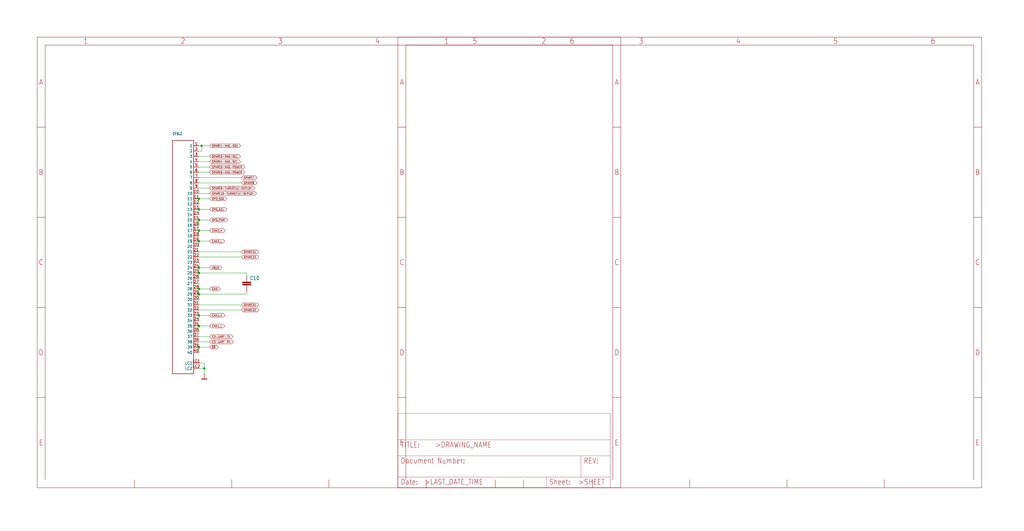
<source format=kicad_sch>
(kicad_sch (version 20211123) (generator eeschema)
  (paper "User" 490.22 254.406)
  (lib_symbols
    (symbol "oresat0-1u-backplane-eagle-import:C-EU1206-B"
      (property "Reference" "C" (at 1.524 0.381 0))
      (property "Value" "C-EU1206-B" (at 1.524 -4.699 0))
      (symbol "C-EU1206-B_1_0"
        (rectangle (start -2.032 -2.032) (end 2.032 -1.524) (fill (type outline)))
        (rectangle (start -2.032 -1.016) (end 2.032 -0.508) (fill (type outline)))
        (polyline (pts (xy 0 -2.54) (xy 0 -2.032)) (stroke (width 0.1524)))
        (polyline (pts (xy 0 0) (xy 0 -0.508)) (stroke (width 0.1524)))
        (pin passive line (at 0 2.54 270) (length 2.54) (name "1") (number "1"))
        (pin passive line (at 0 -5.08 90) (length 2.54) (name "2") (number "2"))
      )
    )
    (symbol "oresat0-1u-backplane-eagle-import:FRAME_A_L"
      (symbol "FRAME_A_L_0_0"
        (polyline (pts (xy 0 43.18) (xy 3.81 43.18)))
        (polyline (pts (xy 0 86.36) (xy 3.81 86.36)))
        (polyline (pts (xy 0 129.54) (xy 3.81 129.54)))
        (polyline (pts (xy 0 172.72) (xy 3.81 172.72)))
        (polyline (pts (xy 3.81 3.81) (xy 3.81 212.09)))
        (polyline (pts (xy 46.5667 0) (xy 46.5667 3.81)))
        (polyline (pts (xy 93.1333 0) (xy 93.1333 3.81)))
        (polyline (pts (xy 139.7 0) (xy 139.7 3.81)))
        (polyline (pts (xy 186.2667 0) (xy 186.2667 3.81)))
        (polyline (pts (xy 232.8333 0) (xy 232.8333 3.81)))
        (polyline (pts (xy 275.59 3.81) (xy 275.59 212.09)))
        (polyline (pts (xy 275.59 43.18) (xy 279.4 43.18)))
        (polyline (pts (xy 275.59 86.36) (xy 279.4 86.36)))
        (polyline (pts (xy 275.59 129.54) (xy 279.4 129.54)))
        (polyline (pts (xy 275.59 172.72) (xy 279.4 172.72)))
        (polyline (pts (xy 275.59 212.09) (xy 3.81 212.09)))
        (polyline (pts (xy 0 0) (xy 279.4 0) (xy 279.4 215.9) (xy 0 215.9) (xy 0 0)))
        (text "1" (at 23.2833 213.995 0) (effects (font (size 2.54 2.286))))
        (text "2" (at 69.85 213.995 0) (effects (font (size 2.54 2.286))))
        (text "3" (at 116.4167 213.995 0) (effects (font (size 2.54 2.286))))
        (text "4" (at 162.9833 213.995 0) (effects (font (size 2.54 2.286))))
        (text "5" (at 209.55 213.995 0) (effects (font (size 2.54 2.286))))
        (text "6" (at 256.1167 213.995 0) (effects (font (size 2.54 2.286))))
        (text "A" (at 1.905 194.31 0) (effects (font (size 2.54 2.286))))
        (text "A" (at 277.495 194.31 0) (effects (font (size 2.54 2.286))))
        (text "B" (at 1.905 151.13 0) (effects (font (size 2.54 2.286))))
        (text "B" (at 277.495 151.13 0) (effects (font (size 2.54 2.286))))
        (text "C" (at 1.905 107.95 0) (effects (font (size 2.54 2.286))))
        (text "C" (at 277.495 107.95 0) (effects (font (size 2.54 2.286))))
        (text "D" (at 1.905 64.77 0) (effects (font (size 2.54 2.286))))
        (text "D" (at 277.495 64.77 0) (effects (font (size 2.54 2.286))))
        (text "E" (at 1.905 21.59 0) (effects (font (size 2.54 2.286))))
        (text "E" (at 277.495 21.59 0) (effects (font (size 2.54 2.286))))
      )
      (symbol "FRAME_A_L_2_0"
        (polyline (pts (xy 0 0) (xy 0 5.08)) (stroke (width 0.1016)))
        (polyline (pts (xy 0 0) (xy 71.12 0)) (stroke (width 0.1016)))
        (polyline (pts (xy 0 5.08) (xy 0 15.24)) (stroke (width 0.1016)))
        (polyline (pts (xy 0 5.08) (xy 71.12 5.08)) (stroke (width 0.1016)))
        (polyline (pts (xy 0 15.24) (xy 0 22.86)) (stroke (width 0.1016)))
        (polyline (pts (xy 0 22.86) (xy 0 35.56)) (stroke (width 0.1016)))
        (polyline (pts (xy 0 22.86) (xy 101.6 22.86)) (stroke (width 0.1016)))
        (polyline (pts (xy 71.12 0) (xy 101.6 0)) (stroke (width 0.1016)))
        (polyline (pts (xy 71.12 5.08) (xy 71.12 0)) (stroke (width 0.1016)))
        (polyline (pts (xy 71.12 5.08) (xy 87.63 5.08)) (stroke (width 0.1016)))
        (polyline (pts (xy 87.63 5.08) (xy 101.6 5.08)) (stroke (width 0.1016)))
        (polyline (pts (xy 87.63 15.24) (xy 0 15.24)) (stroke (width 0.1016)))
        (polyline (pts (xy 87.63 15.24) (xy 87.63 5.08)) (stroke (width 0.1016)))
        (polyline (pts (xy 101.6 5.08) (xy 101.6 0)) (stroke (width 0.1016)))
        (polyline (pts (xy 101.6 15.24) (xy 87.63 15.24)) (stroke (width 0.1016)))
        (polyline (pts (xy 101.6 15.24) (xy 101.6 5.08)) (stroke (width 0.1016)))
        (polyline (pts (xy 101.6 22.86) (xy 101.6 15.24)) (stroke (width 0.1016)))
        (polyline (pts (xy 101.6 35.56) (xy 0 35.56)) (stroke (width 0.1016)))
        (polyline (pts (xy 101.6 35.56) (xy 101.6 22.86)) (stroke (width 0.1016)))
        (text ">DRAWING_NAME" (at 17.78 19.05 0) (effects (font (size 2.54 2.159)) (justify left bottom)))
        (text ">LAST_DATE_TIME" (at 12.7 1.27 0) (effects (font (size 2.54 2.159)) (justify left bottom)))
        (text ">SHEET" (at 86.36 1.27 0) (effects (font (size 2.54 2.159)) (justify left bottom)))
        (text "Date:" (at 1.27 1.27 0) (effects (font (size 2.54 2.159)) (justify left bottom)))
        (text "Document Number:" (at 1.27 11.43 0) (effects (font (size 2.54 2.159)) (justify left bottom)))
        (text "REV:" (at 88.9 11.43 0) (effects (font (size 2.54 2.159)) (justify left bottom)))
        (text "Sheet:" (at 72.39 1.27 0) (effects (font (size 2.54 2.159)) (justify left bottom)))
        (text "TITLE:" (at 1.27 19.05 0) (effects (font (size 2.54 2.159)) (justify left bottom)))
      )
    )
    (symbol "oresat0-1u-backplane-eagle-import:GND" (power)
      (symbol "GND_1_0"
        (polyline (pts (xy -1.27 -2.54) (xy 1.27 -2.54)) (stroke (width 0.4064)))
        (pin power_in line (at 0 0 270) (length 2.54) (name "GND") (number "1"))
      )
    )
    (symbol "oresat0-1u-backplane-eagle-import:SFM-120-X1-XXX-D"
      (property "Reference" "J" (at -2.54 50.8 0))
      (property "Value" "SFM-120-X1-XXX-D" (at -2.54 49.53 0))
      (symbol "SFM-120-X1-XXX-D_1_0"
        (polyline (pts (xy -2.54 -63.5) (xy -2.54 48.26)) (stroke (width 0.254)))
        (polyline (pts (xy -2.54 48.26) (xy 7.62 48.26)) (stroke (width 0.254)))
        (polyline (pts (xy 7.62 -63.5) (xy -2.54 -63.5)) (stroke (width 0.254)))
        (polyline (pts (xy 7.62 48.26) (xy 7.62 -63.5)) (stroke (width 0.254)))
        (pin passive line (at 10.16 45.72 180) (length 2.54) (name "1") (number "1"))
        (pin passive line (at 10.16 22.86 180) (length 2.54) (name "10") (number "10"))
        (pin passive line (at 10.16 20.32 180) (length 2.54) (name "11") (number "11"))
        (pin passive line (at 10.16 17.78 180) (length 2.54) (name "12") (number "12"))
        (pin passive line (at 10.16 15.24 180) (length 2.54) (name "13") (number "13"))
        (pin passive line (at 10.16 12.7 180) (length 2.54) (name "14") (number "14"))
        (pin passive line (at 10.16 10.16 180) (length 2.54) (name "15") (number "15"))
        (pin passive line (at 10.16 7.62 180) (length 2.54) (name "16") (number "16"))
        (pin passive line (at 10.16 5.08 180) (length 2.54) (name "17") (number "17"))
        (pin passive line (at 10.16 2.54 180) (length 2.54) (name "18") (number "18"))
        (pin passive line (at 10.16 0 180) (length 2.54) (name "19") (number "19"))
        (pin passive line (at 10.16 43.18 180) (length 2.54) (name "2") (number "2"))
        (pin passive line (at 10.16 -2.54 180) (length 2.54) (name "20") (number "20"))
        (pin passive line (at 10.16 -5.08 180) (length 2.54) (name "21") (number "21"))
        (pin passive line (at 10.16 -7.62 180) (length 2.54) (name "22") (number "22"))
        (pin passive line (at 10.16 -10.16 180) (length 2.54) (name "23") (number "23"))
        (pin passive line (at 10.16 -12.7 180) (length 2.54) (name "24") (number "24"))
        (pin passive line (at 10.16 -15.24 180) (length 2.54) (name "25") (number "25"))
        (pin passive line (at 10.16 -17.78 180) (length 2.54) (name "26") (number "26"))
        (pin passive line (at 10.16 -20.32 180) (length 2.54) (name "27") (number "27"))
        (pin passive line (at 10.16 -22.86 180) (length 2.54) (name "28") (number "28"))
        (pin passive line (at 10.16 -25.4 180) (length 2.54) (name "29") (number "29"))
        (pin passive line (at 10.16 40.64 180) (length 2.54) (name "3") (number "3"))
        (pin passive line (at 10.16 -27.94 180) (length 2.54) (name "30") (number "30"))
        (pin passive line (at 10.16 -30.48 180) (length 2.54) (name "31") (number "31"))
        (pin passive line (at 10.16 -33.02 180) (length 2.54) (name "32") (number "32"))
        (pin passive line (at 10.16 -35.56 180) (length 2.54) (name "33") (number "33"))
        (pin passive line (at 10.16 -38.1 180) (length 2.54) (name "34") (number "34"))
        (pin passive line (at 10.16 -40.64 180) (length 2.54) (name "35") (number "35"))
        (pin passive line (at 10.16 -43.18 180) (length 2.54) (name "36") (number "36"))
        (pin passive line (at 10.16 -45.72 180) (length 2.54) (name "37") (number "37"))
        (pin passive line (at 10.16 -48.26 180) (length 2.54) (name "38") (number "38"))
        (pin passive line (at 10.16 -50.8 180) (length 2.54) (name "39") (number "39"))
        (pin passive line (at 10.16 38.1 180) (length 2.54) (name "4") (number "4"))
        (pin passive line (at 10.16 -53.34 180) (length 2.54) (name "40") (number "40"))
        (pin passive line (at 10.16 35.56 180) (length 2.54) (name "5") (number "5"))
        (pin passive line (at 10.16 33.02 180) (length 2.54) (name "6") (number "6"))
        (pin passive line (at 10.16 30.48 180) (length 2.54) (name "7") (number "7"))
        (pin passive line (at 10.16 27.94 180) (length 2.54) (name "8") (number "8"))
        (pin passive line (at 10.16 25.4 180) (length 2.54) (name "9") (number "9"))
        (pin passive line (at 10.16 -58.42 180) (length 2.54) (name "LC1") (number "LC1"))
        (pin passive line (at 10.16 -60.96 180) (length 2.54) (name "LC2") (number "LC2"))
      )
    )
  )
  (junction (at 95.25 156.21))
  (junction (at 95.25 115.57))
  (junction (at 95.25 105.41))
  (junction (at 95.25 140.97))
  (junction (at 95.25 166.37))
  (junction (at 97.79 176.53))
  (junction (at 95.25 138.43))
  (junction (at 95.25 100.33))
  (junction (at 96.52 69.85))
  (junction (at 95.25 151.13))
  (junction (at 95.25 110.49))
  (junction (at 95.25 95.25))
  (junction (at 95.25 128.27))
  (junction (at 95.25 130.81))
  (wire (pts (xy 118.11 140.97) (xy 95.25 140.97)))
  (wire (pts (xy 95.25 80.01) (xy 100.33 80.01)))
  (wire (pts (xy 95.25 77.47) (xy 100.33 77.47)))
  (wire (pts (xy 95.25 166.37) (xy 95.25 168.91)))
  (wire (pts (xy 95.25 130.81) (xy 95.25 133.35)))
  (wire (pts (xy 95.25 74.93) (xy 100.33 74.93)))
  (wire (pts (xy 95.25 69.85) (xy 96.52 69.85)))
  (wire (pts (xy 95.25 138.43) (xy 95.25 140.97)))
  (wire (pts (xy 95.25 85.09) (xy 115.57 85.09)))
  (wire (pts (xy 95.25 156.21) (xy 95.25 158.75)))
  (wire (pts (xy 95.25 110.49) (xy 100.33 110.49)))
  (wire (pts (xy 95.25 173.99) (xy 97.79 173.99)))
  (wire (pts (xy 95.25 72.39) (xy 96.52 72.39)))
  (wire (pts (xy 95.25 135.89) (xy 95.25 138.43)))
  (wire (pts (xy 95.25 161.29) (xy 100.33 161.29)))
  (wire (pts (xy 95.25 115.57) (xy 95.25 118.11)))
  (wire (pts (xy 95.25 105.41) (xy 100.33 105.41)))
  (wire (pts (xy 95.25 90.17) (xy 100.33 90.17)))
  (wire (pts (xy 100.33 156.21) (xy 95.25 156.21)))
  (wire (pts (xy 95.25 128.27) (xy 95.25 130.81)))
  (wire (pts (xy 95.25 82.55) (xy 100.33 82.55)))
  (wire (pts (xy 100.33 166.37) (xy 95.25 166.37)))
  (wire (pts (xy 95.25 125.73) (xy 95.25 128.27)))
  (wire (pts (xy 95.25 130.81) (xy 118.11 130.81)))
  (wire (pts (xy 96.52 69.85) (xy 100.33 69.85)))
  (wire (pts (xy 95.25 163.83) (xy 100.33 163.83)))
  (wire (pts (xy 118.11 130.81) (xy 118.11 132.08)))
  (wire (pts (xy 100.33 138.43) (xy 95.25 138.43)))
  (wire (pts (xy 95.25 100.33) (xy 95.25 102.87)))
  (wire (pts (xy 95.25 100.33) (xy 100.33 100.33)))
  (wire (pts (xy 95.25 95.25) (xy 95.25 97.79)))
  (wire (pts (xy 95.25 113.03) (xy 95.25 110.49)))
  (wire (pts (xy 97.79 176.53) (xy 97.79 179.07)))
  (wire (pts (xy 95.25 120.65) (xy 115.57 120.65)))
  (wire (pts (xy 95.25 92.71) (xy 100.33 92.71)))
  (wire (pts (xy 95.25 151.13) (xy 95.25 153.67)))
  (wire (pts (xy 95.25 95.25) (xy 100.33 95.25)))
  (wire (pts (xy 95.25 140.97) (xy 95.25 143.51)))
  (wire (pts (xy 95.25 87.63) (xy 115.57 87.63)))
  (wire (pts (xy 95.25 148.59) (xy 115.57 148.59)))
  (wire (pts (xy 95.25 176.53) (xy 97.79 176.53)))
  (wire (pts (xy 95.25 123.19) (xy 115.57 123.19)))
  (wire (pts (xy 96.52 72.39) (xy 96.52 69.85)))
  (wire (pts (xy 100.33 128.27) (xy 95.25 128.27)))
  (wire (pts (xy 118.11 139.7) (xy 118.11 140.97)))
  (wire (pts (xy 95.25 105.41) (xy 95.25 107.95)))
  (wire (pts (xy 100.33 151.13) (xy 95.25 151.13)))
  (wire (pts (xy 97.79 173.99) (xy 97.79 176.53)))
  (wire (pts (xy 95.25 115.57) (xy 100.33 115.57)))
  (wire (pts (xy 95.25 146.05) (xy 115.57 146.05)))
  (global_label "SPARE31" (shape bidirectional) (at 115.57 146.05 0) (effects (font (size 0.889 0.889))) (property "Intersheet References" "${INTERSHEET_REFS}" (effects hide)))
  (global_label "CAN2_L" (shape bidirectional) (at 100.33 115.57 0) (effects (font (size 0.889 0.889))) (property "Intersheet References" "${INTERSHEET_REFS}" (effects hide)))
  (global_label "OPD_SCL" (shape bidirectional) (at 100.33 100.33 0) (effects (font (size 0.889 0.889))) (property "Intersheet References" "${INTERSHEET_REFS}" (effects hide)))
  (global_label "SPARE7" (shape bidirectional) (at 115.57 85.09 0) (effects (font (size 0.889 0.889))) (property "Intersheet References" "${INTERSHEET_REFS}" (effects hide)))
  (global_label "C3-UART-RX" (shape bidirectional) (at 100.33 163.83 0) (effects (font (size 0.889 0.889))) (property "Intersheet References" "${INTERSHEET_REFS}" (effects hide)))
  (global_label "SPARE5-MAG-POWER" (shape bidirectional) (at 100.33 80.01 0) (effects (font (size 0.889 0.889))) (property "Intersheet References" "${INTERSHEET_REFS}" (effects hide)))
  (global_label "SPARE8" (shape bidirectional) (at 115.57 87.63 0) (effects (font (size 0.889 0.889))) (property "Intersheet References" "${INTERSHEET_REFS}" (effects hide)))
  (global_label "SPARE4-MAG-SCL" (shape bidirectional) (at 100.33 77.47 0) (effects (font (size 0.889 0.889))) (property "Intersheet References" "${INTERSHEET_REFS}" (effects hide)))
  (global_label "VBUS" (shape bidirectional) (at 100.33 128.27 0) (effects (font (size 0.889 0.889))) (property "Intersheet References" "${INTERSHEET_REFS}" (effects hide)))
  (global_label "CAN2_H" (shape bidirectional) (at 100.33 110.49 0) (effects (font (size 0.889 0.889))) (property "Intersheet References" "${INTERSHEET_REFS}" (effects hide)))
  (global_label "OPD_PWR" (shape bidirectional) (at 100.33 105.41 0) (effects (font (size 0.889 0.889))) (property "Intersheet References" "${INTERSHEET_REFS}" (effects hide)))
  (global_label "SPARE9-TURNSTILE-DEPLOY" (shape bidirectional) (at 100.33 90.17 0) (effects (font (size 0.889 0.889))) (property "Intersheet References" "${INTERSHEET_REFS}" (effects hide)))
  (global_label "~{SD}" (shape bidirectional) (at 100.33 166.37 0) (effects (font (size 0.889 0.889))) (property "Intersheet References" "${INTERSHEET_REFS}" (effects hide)))
  (global_label "SPARE1-MAG-SDA" (shape bidirectional) (at 100.33 69.85 0) (effects (font (size 0.889 0.889))) (property "Intersheet References" "${INTERSHEET_REFS}" (effects hide)))
  (global_label "OPD_SDA" (shape bidirectional) (at 100.33 95.25 0) (effects (font (size 0.889 0.889))) (property "Intersheet References" "${INTERSHEET_REFS}" (effects hide)))
  (global_label "SPARE6-MAG-POWER" (shape bidirectional) (at 100.33 82.55 0) (effects (font (size 0.889 0.889))) (property "Intersheet References" "${INTERSHEET_REFS}" (effects hide)))
  (global_label "CAN1_L" (shape bidirectional) (at 100.33 156.21 0) (effects (font (size 0.889 0.889))) (property "Intersheet References" "${INTERSHEET_REFS}" (effects hide)))
  (global_label "SPARE32" (shape bidirectional) (at 115.57 148.59 0) (effects (font (size 0.889 0.889))) (property "Intersheet References" "${INTERSHEET_REFS}" (effects hide)))
  (global_label "SPARE10-TURNSTILE-DEPLOY" (shape bidirectional) (at 100.33 92.71 0) (effects (font (size 0.889 0.889))) (property "Intersheet References" "${INTERSHEET_REFS}" (effects hide)))
  (global_label "GND" (shape bidirectional) (at 100.33 138.43 0) (effects (font (size 0.889 0.889))) (property "Intersheet References" "${INTERSHEET_REFS}" (effects hide)))
  (global_label "CAN1_H" (shape bidirectional) (at 100.33 151.13 0) (effects (font (size 0.889 0.889))) (property "Intersheet References" "${INTERSHEET_REFS}" (effects hide)))
  (global_label "C3-UART-TX" (shape bidirectional) (at 100.33 161.29 0) (effects (font (size 0.889 0.889))) (property "Intersheet References" "${INTERSHEET_REFS}" (effects hide)))
  (global_label "SPARE3-MAG-SCL" (shape bidirectional) (at 100.33 74.93 0) (effects (font (size 0.889 0.889))) (property "Intersheet References" "${INTERSHEET_REFS}" (effects hide)))
  (global_label "SPARE21" (shape bidirectional) (at 115.57 120.65 0) (effects (font (size 0.889 0.889))) (property "Intersheet References" "${INTERSHEET_REFS}" (effects hide)))
  (global_label "SPARE22" (shape bidirectional) (at 115.57 123.19 0) (effects (font (size 0.889 0.889))) (property "Intersheet References" "${INTERSHEET_REFS}" (effects hide)))
  (symbol (lib_id "oresat0-1u-backplane-eagle-import:FRAME_A_L") (at 190.5 233.68 0) (unit 2)
    (property "Reference" "#FRAME15" (effects hide))
  )
  (symbol (lib_id "oresat0-1u-backplane-eagle-import:C-EU1206-B") (at 118.11 134.62 0) (unit 1)
    (property "Reference" "C10" (at 119.634 134.239 0) (effects (font (size 1.778 1.5113)) (justify left bottom)))
  )
  (symbol (lib_id "oresat0-1u-backplane-eagle-import:GND") (at 97.79 179.07 0) (unit 1)
    (property "Reference" "#GND85" (effects hide))
  )
  (symbol (lib_id "oresat0-1u-backplane-eagle-import:SFM-120-X1-XXX-D") (at 85.09 115.57 0) (unit 1)
    (property "Reference" "CF6.2" (at 82.55 64.77 0) (effects (font (size 1.27 1.0795)) (justify left bottom)))
  )
  (symbol (lib_id "oresat0-1u-backplane-eagle-import:FRAME_A_L") (at 17.78 233.68 0) (unit 1)
    (property "Reference" "#FRAME15" (effects hide))
  )
)
</source>
